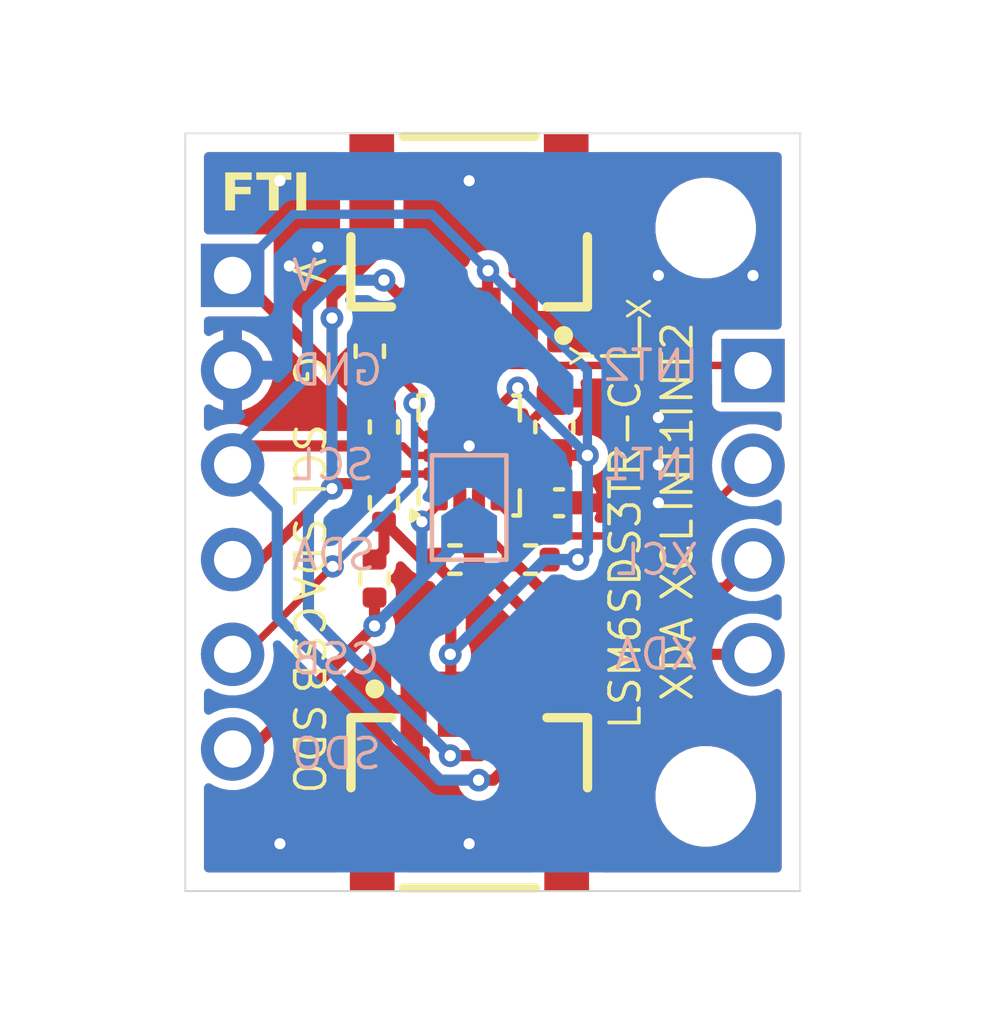
<source format=kicad_pcb>
(kicad_pcb (version 20240108) (generator "pcbnew") (generator_version "8.0")
  (layers (0 "F.Cu" signal) (31 "B.Cu" signal) (34 "B.Paste" user) (35 "F.Paste" user) (36 "B.SilkS" user "B.Silkscreen") (37 "F.SilkS" user "F.Silkscreen") (38 "B.Mask" user) (39 "F.Mask" user) (44 "Edge.Cuts" user))
  (net 0 "")
  (net 1 "GND")
  (net 2 "/SCL")
  (net 3 "/SDA")
  (net 4 "/CS")
  (net 5 "/XCL")
  (net 6 "/INT2")
  (net 7 "/XDA")
  (net 8 "/INT1")
  (net 9 "VDD")
  (net 10 "/SDO")
  (footprint "Package_LGA:LGA-14_3x2.5mm_P0.5mm_LayoutBorder3x4y" (layer "F.Cu") (at 58.674 49.022 90)
    (property "Reference" "U1" (hide yes))
    (property "Value" "LSM6DS3TR-C")
    (fp_line (start 1.61 -1.36) (end 1.61 -1.185) (stroke (width 0.12)) (layer "F.SilkS"))
    (fp_line (start 0.935 -1.36) (end 1.61 -1.36) (stroke (width 0.12)) (layer "F.SilkS"))
    (fp_line (start -0.935 -1.36) (end -1.31 -1.36) (stroke (width 0.12)) (layer "F.SilkS"))
    (fp_line (start 1.61 1.36) (end 1.61 1.185) (stroke (width 0.12)) (layer "F.SilkS"))
    (fp_line (start 0.935 1.36) (end 1.61 1.36) (stroke (width 0.12)) (layer "F.SilkS"))
    (fp_line (start -0.935 1.36) (end -1.61 1.36) (stroke (width 0.12)) (layer "F.SilkS"))
    (fp_line (start -1.61 1.36) (end -1.61 1.185) (stroke (width 0.12)) (layer "F.SilkS"))
    (fp_poly (pts (xy -1.61 -1.36) (xy -1.75 -1.55) (xy -1.47 -1.55) (xy -1.61 -1.36)) (stroke (width 0.12)) (fill solid) (layer "F.SilkS"))
    (pad "1" smd roundrect (at -1.1625 -0.75 90) (size 0.625 0.35) (layers "F.Cu" "F.Paste" "F.Mask") (net 10 "/SDO"))
    (pad "2" smd roundrect (at -1.1625 -0.25 90) (size 0.625 0.35) (layers "F.Cu" "F.Paste" "F.Mask") (net 7 "/XDA"))
    (pad "3" smd roundrect (at -1.1625 0.25 90) (size 0.625 0.35) (layers "F.Cu" "F.Paste" "F.Mask") (net 5 "/XCL"))
    (pad "4" smd roundrect (at -1.1625 0.75 90) (size 0.625 0.35) (layers "F.Cu" "F.Paste" "F.Mask") (net 8 "/INT1"))
    (pad "5" smd roundrect (at -0.5 0.9125 90) (size 0.35 0.625) (layers "F.Cu" "F.Paste" "F.Mask") (net 9 "VDD"))
    (pad "6" smd roundrect (at 0 0.9125 90) (size 0.35 0.625) (layers "F.Cu" "F.Paste" "F.Mask") (net 1 "GND"))
    (pad "7" smd roundrect (at 0.5 0.9125 90) (size 0.35 0.625) (layers "F.Cu" "F.Paste" "F.Mask") (net 1 "GND"))
    (pad "8" smd roundrect (at 1.1625 0.75 90) (size 0.625 0.35) (layers "F.Cu" "F.Paste" "F.Mask") (net 9 "VDD"))
    (pad "9" smd roundrect (at 1.1625 0.25 90) (size 0.625 0.35) (layers "F.Cu" "F.Paste" "F.Mask") (net 6 "/INT2"))
    (pad "10" smd roundrect (at 1.1625 -0.25 90) (size 0.625 0.35) (layers "F.Cu" "F.Paste" "F.Mask"))
    (pad "11" smd roundrect (at 1.1625 -0.75 90) (size 0.625 0.35) (layers "F.Cu" "F.Paste" "F.Mask"))
    (pad "12" smd roundrect (at 0.5 -0.9125 90) (size 0.35 0.625) (layers "F.Cu" "F.Paste" "F.Mask") (net 4 "/CS"))
    (pad "13" smd roundrect (at 0 -0.9125 90) (size 0.35 0.625) (layers "F.Cu" "F.Paste" "F.Mask") (net 2 "/SCL"))
    (pad "14" smd roundrect (at -0.5 -0.9125 90) (size 0.35 0.625) (layers "F.Cu" "F.Paste" "F.Mask") (net 3 "/SDA"))
  )
  (footprint "Resistor_SMD:R_0402_1005Metric" (layer "F.Cu") (at 56.388 50.292 90)
    (property "Reference" "R2" (hide yes))
    (property "Value" "4.7k")
    (fp_line (start -0.153641 -0.38) (end 0.153641 -0.38) (stroke (width 0.12)) (layer "F.SilkS"))
    (fp_line (start -0.153641 0.38) (end 0.153641 0.38) (stroke (width 0.12)) (layer "F.SilkS"))
    (pad "1" smd roundrect (at -0.51 0 90) (size 0.54 0.64) (layers "F.Cu" "F.Paste" "F.Mask") (net 9 "VDD"))
    (pad "2" smd roundrect (at 0.51 0 90) (size 0.54 0.64) (layers "F.Cu" "F.Paste" "F.Mask") (net 3 "/SDA"))
  )
  (footprint "qwiic:CONN-SMD_AFC10-S04QCA-00" (layer "F.Cu") (at 58.682 57.565)
    (property "Reference" "CN2" (hide yes))
    (property "Value" "AFC10-S04QCA-00")
    (fp_line (start -3.18 -1.51) (end -2.09 -1.51) (stroke (width 0.25)) (layer "F.SilkS"))
    (fp_line (start -3.18 0.37) (end -3.18 -1.51) (stroke (width 0.25)) (layer "F.SilkS"))
    (fp_line (start -1.78 3.06) (end 1.77 3.06) (stroke (width 0.25)) (layer "F.SilkS"))
    (fp_line (start 2.08 -1.51) (end 3.17 -1.51) (stroke (width 0.25)) (layer "F.SilkS"))
    (fp_line (start 3.17 -1.51) (end 3.17 0.37) (stroke (width 0.25)) (layer "F.SilkS"))
    (fp_circle (center -2.54 -2.28) (end -2.41 -2.28) (stroke (width 0.25)) (fill none) (layer "F.SilkS"))
    (pad "1" smd rect (at -1.5 -1.87) (size 0.7 1.75) (layers "F.Cu" "F.Paste" "F.Mask") (net 1 "GND"))
    (pad "2" smd rect (at -0.5 -1.87) (size 0.7 1.75) (layers "F.Cu" "F.Paste" "F.Mask") (net 9 "VDD"))
    (pad "3" smd rect (at 0.5 -1.87) (size 0.7 1.75) (layers "F.Cu" "F.Paste" "F.Mask") (net 3 "/SDA"))
    (pad "4" smd rect (at 1.5 -1.87) (size 0.7 1.75) (layers "F.Cu" "F.Paste" "F.Mask") (net 2 "/SCL"))
    (pad "5" smd rect (at -2.61 1.87) (size 1.2 2.55) (layers "F.Cu" "F.Paste" "F.Mask") (net 1 "GND"))
    (pad "6" smd rect (at 2.61 1.87) (size 1.2 2.55) (layers "F.Cu" "F.Paste" "F.Mask") (net 1 "GND"))
  )
  (footprint "Capacitor_SMD:C_0603_1608Metric" (layer "F.Cu") (at 60.96 48.26 90)
    (property "Reference" "C1" (hide yes))
    (property "Value" "1u")
    (fp_line (start -0.14058 -0.51) (end 0.14058 -0.51) (stroke (width 0.12)) (layer "F.SilkS"))
    (fp_line (start -0.14058 0.51) (end 0.14058 0.51) (stroke (width 0.12)) (layer "F.SilkS"))
    (pad "1" smd roundrect (at -0.775 0 90) (size 0.9 0.95) (layers "F.Cu" "F.Paste" "F.Mask") (net 9 "VDD"))
    (pad "2" smd roundrect (at 0.775 0 90) (size 0.9 0.95) (layers "F.Cu" "F.Paste" "F.Mask") (net 1 "GND"))
  )
  (footprint "Connector_PinHeader_2.54mm:PinHeader_1x04_P2.54mm_Vertical" (layer "F.Cu") (at 66.294 46.746)
    (property "Reference" "J2" (hide yes))
    (property "Value" "Conn_01x04_Pin")
    (pad "1" thru_hole rect (at 0 0) (size 1.7 1.7) (drill 1) (layers "*.Cu" "*.Mask") (net 6 "/INT2"))
    (pad "2" thru_hole oval (at 0 2.54) (size 1.7 1.7) (drill 1) (layers "*.Cu" "*.Mask") (net 8 "/INT1"))
    (pad "3" thru_hole oval (at 0 5.08) (size 1.7 1.7) (drill 1) (layers "*.Cu" "*.Mask") (net 5 "/XCL"))
    (pad "4" thru_hole oval (at 0 7.62) (size 1.7 1.7) (drill 1) (layers "*.Cu" "*.Mask") (net 7 "/XDA"))
  )
  (footprint "Resistor_SMD:R_0402_1005Metric" (layer "F.Cu") (at 56.007 46.228 -90)
    (property "Reference" "R6" (hide yes))
    (property "Value" "4.7k")
    (fp_line (start -0.153641 0.38) (end 0.153641 0.38) (stroke (width 0.12)) (layer "F.SilkS"))
    (fp_line (start -0.153641 -0.38) (end 0.153641 -0.38) (stroke (width 0.12)) (layer "F.SilkS"))
    (pad "1" smd roundrect (at -0.51 0 270) (size 0.54 0.64) (layers "F.Cu" "F.Paste" "F.Mask") (net 9 "VDD"))
    (pad "2" smd roundrect (at 0.51 0 270) (size 0.54 0.64) (layers "F.Cu" "F.Paste" "F.Mask") (net 4 "/CS"))
  )
  (footprint "qwiic:CONN-SMD_AFC10-S04QCA-00" (layer "F.Cu") (at 58.669 43.527 180)
    (property "Reference" "CN1" (hide yes))
    (property "Value" "AFC10-S04QCA-00")
    (fp_line (start 3.17 -1.51) (end 3.17 0.37) (stroke (width 0.25)) (layer "F.SilkS"))
    (fp_line (start 2.08 -1.51) (end 3.17 -1.51) (stroke (width 0.25)) (layer "F.SilkS"))
    (fp_line (start -1.78 3.06) (end 1.77 3.06) (stroke (width 0.25)) (layer "F.SilkS"))
    (fp_line (start -3.18 0.37) (end -3.18 -1.51) (stroke (width 0.25)) (layer "F.SilkS"))
    (fp_line (start -3.18 -1.51) (end -2.09 -1.51) (stroke (width 0.25)) (layer "F.SilkS"))
    (fp_circle (center -2.54 -2.28) (end -2.41 -2.28) (stroke (width 0.25)) (fill none) (layer "F.SilkS"))
    (pad "1" smd rect (at -1.5 -1.87 180) (size 0.7 1.75) (layers "F.Cu" "F.Paste" "F.Mask") (net 1 "GND"))
    (pad "2" smd rect (at -0.5 -1.87 180) (size 0.7 1.75) (layers "F.Cu" "F.Paste" "F.Mask") (net 9 "VDD"))
    (pad "3" smd rect (at 0.5 -1.87 180) (size 0.7 1.75) (layers "F.Cu" "F.Paste" "F.Mask") (net 3 "/SDA"))
    (pad "4" smd rect (at 1.5 -1.87 180) (size 0.7 1.75) (layers "F.Cu" "F.Paste" "F.Mask") (net 2 "/SCL"))
    (pad "5" smd rect (at -2.61 1.87 180) (size 1.2 2.55) (layers "F.Cu" "F.Paste" "F.Mask") (net 1 "GND"))
    (pad "6" smd rect (at 2.61 1.87 180) (size 1.2 2.55) (layers "F.Cu" "F.Paste" "F.Mask") (net 1 "GND"))
  )
  (footprint "Connector_PinHeader_2.54mm:PinHeader_1x06_P2.54mm_Vertical" (layer "F.Cu") (at 52.324 44.196)
    (property "Reference" "J1" (hide yes))
    (property "Value" "Conn_01x06_Pin")
    (pad "1" thru_hole rect (at 0 0) (size 1.7 1.7) (drill 1) (layers "*.Cu" "*.Mask") (net 9 "VDD"))
    (pad "2" thru_hole oval (at 0 2.54) (size 1.7 1.7) (drill 1) (layers "*.Cu" "*.Mask") (net 1 "GND"))
    (pad "3" thru_hole oval (at 0 5.08) (size 1.7 1.7) (drill 1) (layers "*.Cu" "*.Mask") (net 2 "/SCL"))
    (pad "4" thru_hole oval (at 0 7.62) (size 1.7 1.7) (drill 1) (layers "*.Cu" "*.Mask") (net 3 "/SDA"))
    (pad "5" thru_hole oval (at 0 10.16) (size 1.7 1.7) (drill 1) (layers "*.Cu" "*.Mask") (net 4 "/CS"))
    (pad "6" thru_hole oval (at 0 12.7) (size 1.7 1.7) (drill 1) (layers "*.Cu" "*.Mask") (net 10 "/SDO"))
  )
  (footprint "Resistor_SMD:R_0402_1005Metric" (layer "F.Cu") (at 56.134 52.324 -90)
    (property "Reference" "R5" (hide yes))
    (property "Value" "4.7k")
    (fp_line (start -0.153641 0.38) (end 0.153641 0.38) (stroke (width 0.12)) (layer "F.SilkS"))
    (fp_line (start -0.153641 -0.38) (end 0.153641 -0.38) (stroke (width 0.12)) (layer "F.SilkS"))
    (pad "1" smd roundrect (at -0.51 0 270) (size 0.54 0.64) (layers "F.Cu" "F.Paste" "F.Mask") (net 9 "VDD"))
    (pad "2" smd roundrect (at 0.51 0 270) (size 0.54 0.64) (layers "F.Cu" "F.Paste" "F.Mask") (net 10 "/SDO"))
  )
  (footprint "Resistor_SMD:R_0402_1005Metric" (layer "F.Cu") (at 56.388 48.26 -90)
    (property "Reference" "R1" (hide yes))
    (property "Value" "4.7k")
    (fp_line (start -0.153641 0.38) (end 0.153641 0.38) (stroke (width 0.12)) (layer "F.SilkS"))
    (fp_line (start -0.153641 -0.38) (end 0.153641 -0.38) (stroke (width 0.12)) (layer "F.SilkS"))
    (pad "1" smd roundrect (at -0.51 0 270) (size 0.54 0.64) (layers "F.Cu" "F.Paste" "F.Mask") (net 9 "VDD"))
    (pad "2" smd roundrect (at 0.51 0 270) (size 0.54 0.64) (layers "F.Cu" "F.Paste" "F.Mask") (net 2 "/SCL"))
  )
  (footprint "MountingHole:MountingHole_2.2mm_M2" (layer "F.Cu") (at 65.024 42.926)
    (property "Reference" "H1" (hide yes))
    (property "Value" "MountingHole")
    (pad "" np_thru_hole circle (at 0 0) (size 2.2 2.2) (drill 2.2) (layers "*.Cu" "*.Mask"))
  )
  (footprint "MountingHole:MountingHole_2.2mm_M2" (layer "F.Cu") (at 65.024 58.166)
    (property "Reference" "H2" (hide yes))
    (property "Value" "MountingHole")
    (pad "" np_thru_hole circle (at 0 0) (size 2.2 2.2) (drill 2.2) (layers "*.Cu" "*.Mask"))
  )
  (footprint "Resistor_SMD:R_0402_1005Metric" (layer "F.Cu") (at 60.325 51.816 180)
    (property "Reference" "R3" (hide yes))
    (property "Value" "4.7k")
    (fp_line (start -0.153641 0.38) (end 0.153641 0.38) (stroke (width 0.12)) (layer "F.SilkS"))
    (fp_line (start -0.153641 -0.38) (end 0.153641 -0.38) (stroke (width 0.12)) (layer "F.SilkS"))
    (pad "1" smd roundrect (at -0.51 0 180) (size 0.54 0.64) (layers "F.Cu" "F.Paste" "F.Mask") (net 9 "VDD"))
    (pad "2" smd roundrect (at 0.51 0 180) (size 0.54 0.64) (layers "F.Cu" "F.Paste" "F.Mask") (net 5 "/XCL"))
  )
  (footprint "Capacitor_SMD:C_0402_1005Metric" (layer "F.Cu") (at 61.087 50.292)
    (property "Reference" "C2" (hide yes))
    (property "Value" "100n")
    (fp_line (start -0.107836 -0.36) (end 0.107836 -0.36) (stroke (width 0.12)) (layer "F.SilkS"))
    (fp_line (start -0.107836 0.36) (end 0.107836 0.36) (stroke (width 0.12)) (layer "F.SilkS"))
    (pad "1" smd roundrect (at -0.48 0) (size 0.56 0.62) (layers "F.Cu" "F.Paste" "F.Mask") (net 9 "VDD"))
    (pad "2" smd roundrect (at 0.48 0) (size 0.56 0.62) (layers "F.Cu" "F.Paste" "F.Mask") (net 1 "GND"))
  )
  (footprint "Resistor_SMD:R_0402_1005Metric" (layer "F.Cu") (at 58.293 51.816)
    (property "Reference" "R4" (hide yes))
    (property "Value" "4.7k")
    (fp_line (start -0.153641 -0.38) (end 0.153641 -0.38) (stroke (width 0.12)) (layer "F.SilkS"))
    (fp_line (start -0.153641 0.38) (end 0.153641 0.38) (stroke (width 0.12)) (layer "F.SilkS"))
    (pad "1" smd roundrect (at -0.51 0) (size 0.54 0.64) (layers "F.Cu" "F.Paste" "F.Mask") (net 9 "VDD"))
    (pad "2" smd roundrect (at 0.51 0) (size 0.54 0.64) (layers "F.Cu" "F.Paste" "F.Mask") (net 7 "/XDA"))
  )
  (footprint "Jumper:SolderJumper-2_P1.3mm_Open_TrianglePad1.0x1.5mm" (layer "B.Cu") (at 58.674 50.419 90)
    (property "Reference" "JP1" (hide yes))
    (property "Value" "SolderJumper_2_Open")
    (fp_line (start 1.4 -1) (end 1.4 1) (stroke (width 0.12)) (layer "B.SilkS"))
    (fp_line (start -1.4 -1) (end 1.4 -1) (stroke (width 0.12)) (layer "B.SilkS"))
    (fp_line (start 1.4 1) (end -1.4 1) (stroke (width 0.12)) (layer "B.SilkS"))
    (fp_line (start -1.4 1) (end -1.4 -1) (stroke (width 0.12)) (layer "B.SilkS"))
    (pad "1" smd custom (at -0.725 0 90) (size 0.3 0.3) (layers "B.Cu" "B.Mask") (net 10 "/SDO") (options (clearance outline) (anchor rect)) (primitives (gr_poly (pts (xy 1 0) (xy 0.5 -0.75) (xy -0.5 -0.75) (xy -0.5 0.75) (xy 0.5 0.75)) (width 0) (fill yes))))
    (pad "2" smd custom (at 0.725 0 90) (size 0.3 0.3) (layers "B.Cu" "B.Mask") (net 1 "GND") (options (clearance outline) (anchor rect)) (primitives (gr_poly (pts (xy 0.5 -0.75) (xy -0.65 -0.75) (xy -0.15 0) (xy -0.65 0.75) (xy 0.5 0.75)) (width 0) (fill yes))))
  )
  (gr_line (start 63.246 45.339) (end 63.246 46.355) (stroke (width 0.1)) (layer "F.SilkS"))
  (gr_line (start 63.246 46.355) (end 62.23 46.355) (stroke (width 0.1)) (layer "F.SilkS"))
  (gr_line (start 51.054 60.706) (end 51.054 40.386) (stroke (width 0.05)) (layer "Edge.Cuts"))
  (gr_line (start 51.054 40.386) (end 67.564 40.386) (stroke (width 0.05)) (layer "Edge.Cuts"))
  (gr_line (start 67.564 40.386) (end 67.564 60.706) (stroke (width 0.05)) (layer "Edge.Cuts"))
  (gr_line (start 67.564 60.706) (end 51.054 60.706) (stroke (width 0.05)) (layer "Edge.Cuts"))
  (gr_text "V" (at 53.848 44.196 0) (layer "B.SilkS") (effects (font (size 0.8 0.8) (thickness 0.1)) (justify right mirror)))
  (gr_text "INT1" (at 64.897 49.276 0) (layer "B.SilkS") (effects (font (size 0.8 0.8) (thickness 0.1)) (justify left mirror)))
  (gr_text "INT2" (at 64.897 46.609 0) (layer "B.SilkS") (effects (font (size 0.8 0.8) (thickness 0.1)) (justify left mirror)))
  (gr_text "SDO" (at 53.848 57.023 0) (layer "B.SilkS") (effects (font (size 0.8 0.8) (thickness 0.1)) (justify right mirror)))
  (gr_text "GND" (at 53.848 46.736 0) (layer "B.SilkS") (effects (font (size 0.8 0.8) (thickness 0.1)) (justify right mirror)))
  (gr_text "CSB" (at 53.848 54.483 0) (layer "B.SilkS") (effects (font (size 0.8 0.8) (thickness 0.1)) (justify right mirror)))
  (gr_text "SDA" (at 53.848 51.689 0) (layer "B.SilkS") (effects (font (size 0.8 0.8) (thickness 0.1)) (justify right mirror)))
  (gr_text "SCL" (at 53.848 49.276 0) (layer "B.SilkS") (effects (font (size 0.8 0.8) (thickness 0.1)) (justify right mirror)))
  (gr_text "XCL" (at 64.897 51.816 0) (layer "B.SilkS") (effects (font (size 0.8 0.8) (thickness 0.1)) (justify left mirror)))
  (gr_text "XDA" (at 64.897 54.356 0) (layer "B.SilkS") (effects (font (size 0.8 0.8) (thickness 0.1)) (justify left mirror)))
  (gr_text "INT2" (at 64.262 46.736 90) (layer "F.SilkS") (effects (font (size 0.8 0.8) (thickness 0.1))))
  (gr_text "SDO" (at 54.356 56.896 -90) (layer "F.SilkS") (effects (font (size 0.8 0.8) (thickness 0.1))))
  (gr_text "Y" (at 61.722 46.355 90) (layer "F.SilkS") (effects (font (size 0.6 0.6) (thickness 0.08))))
  (gr_text "G" (at 54.356 46.736 270) (layer "F.SilkS") (effects (font (size 0.8 0.8) (thickness 0.1))))
  (gr_text "X" (at 63.246 45.085 90) (layer "F.SilkS") (effects (font (size 0.6 0.6) (thickness 0.08))))
  (gr_text "V" (at 54.356 44.069 270) (layer "F.SilkS") (effects (font (size 0.8 0.8) (thickness 0.1))))
  (gr_text "XCL" (at 64.262 51.816 90) (layer "F.SilkS") (effects (font (size 0.8 0.8) (thickness 0.1))))
  (gr_text "CSB" (at 54.356 54.229 -90) (layer "F.SilkS") (effects (font (size 0.8 0.8) (thickness 0.1))))
  (gr_text "SDA" (at 54.356 51.816 -90) (layer "F.SilkS") (effects (font (size 0.8 0.8) (thickness 0.1))))
  (gr_text "FTI" (at 53.213 42.037 0) (layer "F.SilkS") (effects (font (size 1 1) (thickness 0.2) (bold yes) (italic yes))))
  (gr_text "INT1" (at 64.262 49.276 90) (layer "F.SilkS") (effects (font (size 0.8 0.8) (thickness 0.1))))
  (gr_text "XDA" (at 64.262 54.483 90) (layer "F.SilkS") (effects (font (size 0.8 0.8) (thickness 0.1))))
  (gr_text "SCL" (at 54.356 49.276 -90) (layer "F.SilkS") (effects (font (size 0.8 0.8) (thickness 0.1))))
  (gr_text "LSM6SDS3TR-C" (at 62.865 51.689 90) (layer "F.SilkS") (effects (font (size 0.8 0.8) (thickness 0.1))))
  (segment (start 59.923 48.522) (end 60.96 47.485) (width 0.25) (layer "F.Cu") (net 1))
  (segment (start 59.0423 48.522) (end 59.0423 49.022) (width 0.2) (layer "F.Cu") (net 1))
  (segment (start 59.684 48.522) (end 59.0423 48.522) (width 0.2) (layer "F.Cu") (net 1))
  (segment (start 59.5865 48.522) (end 59.923 48.522) (width 0.25) (layer "F.Cu") (net 1))
  (segment (start 59.684 49.022) (end 59.0423 49.022) (width 0.2) (layer "F.Cu") (net 1))
  (segment (start 56.059 41.657) (end 56.059 42.4453) (width 0.2) (layer "F.Cu") (net 1))
  (via (at 54.61 43.434) (size 0.6) (drill 0.3) (layers "F.Cu" "B.Cu") (net 1))
  (via (at 63.754 50.292) (size 0.6) (drill 0.3) (layers "F.Cu" "B.Cu") (net 1))
  (via (at 53.594 59.436) (size 0.6) (drill 0.3) (layers "F.Cu" "B.Cu") (net 1))
  (via (at 63.754 49.276) (size 0.6) (drill 0.3) (layers "F.Cu" "B.Cu") (net 1))
  (via (at 53.848 43.942) (size 0.6) (drill 0.3) (layers "F.Cu" "B.Cu") (net 1))
  (via (at 63.754 44.196) (size 0.6) (drill 0.3) (layers "F.Cu" "B.Cu") (net 1))
  (via (at 66.294 44.196) (size 0.6) (drill 0.3) (layers "F.Cu" "B.Cu") (net 1))
  (via (at 58.674 59.436) (size 0.6) (drill 0.3) (layers "F.Cu" "B.Cu") (net 1))
  (via (at 53.594 41.656) (size 0.6) (drill 0.3) (layers "F.Cu" "B.Cu") (net 1))
  (via (at 58.674 41.656) (size 0.6) (drill 0.3) (layers "F.Cu" "B.Cu") (net 1))
  (via (at 63.754 48.006) (size 0.6) (drill 0.3) (layers "F.Cu" "B.Cu") (net 1))
  (via (at 58.674 48.768) (size 0.6) (drill 0.3) (layers "F.Cu" "B.Cu") (net 1))
  (segment (start 58.674 48.768) (end 58.674 48.895) (width 0.2) (layer "B.Cu") (net 1))
  (segment (start 57.15 49.022) (end 56.896 48.768) (width 0.2) (layer "F.Cu") (net 2))
  (segment (start 57.664 49.022) (end 57.15 49.022) (width 0.2) (layer "F.Cu") (net 2))
  (segment (start 60.182 55.695) (end 60.182 56.87) (width 0.3) (layer "F.Cu") (net 2))
  (segment (start 59.321998 57.730002) (end 58.928 57.730002) (width 0.3) (layer "F.Cu") (net 2))
  (segment (start 52.832 48.768) (end 56.388 48.768) (width 0.3) (layer "F.Cu") (net 2))
  (segment (start 56.896 48.768) (end 56.388 48.768) (width 0.2) (layer "F.Cu") (net 2))
  (segment (start 57.169 45.104) (end 56.388 44.323) (width 0.3) (layer "F.Cu") (net 2))
  (segment (start 57.169 45.397) (end 57.169 45.104) (width 0.3) (layer "F.Cu") (net 2))
  (segment (start 52.324 49.276) (end 52.832 48.768) (width 0.3) (layer "F.Cu") (net 2))
  (segment (start 60.182 56.87) (end 59.321998 57.730002) (width 0.3) (layer "F.Cu") (net 2))
  (via (at 58.928 57.730002) (size 0.61) (drill 0.305) (layers "F.Cu" "B.Cu") (net 2))
  (via (at 56.388 44.323) (size 0.61) (drill 0.305) (layers "F.Cu" "B.Cu") (net 2))
  (segment (start 54.336 45.06769) (end 54.336 46.883) (width 0.3) (layer "B.Cu") (net 2))
  (segment (start 53.524 53.359312) (end 53.524 50.476) (width 0.3) (layer "B.Cu") (net 2))
  (segment (start 56.388 44.323) (end 55.08069 44.323) (width 0.3) (layer "B.Cu") (net 2))
  (segment (start 53.524 50.476) (end 52.324 49.276) (width 0.3) (layer "B.Cu") (net 2))
  (segment (start 58.928 57.730002) (end 57.89469 57.730002) (width 0.3) (layer "B.Cu") (net 2))
  (segment (start 52.324 48.895) (end 52.324 49.276) (width 0.3) (layer "B.Cu") (net 2))
  (segment (start 55.08069 44.323) (end 54.336 45.06769) (width 0.3) (layer "B.Cu") (net 2))
  (segment (start 57.89469 57.730002) (end 53.524 53.359312) (width 0.3) (layer "B.Cu") (net 2))
  (segment (start 54.336 46.883) (end 52.324 48.895) (width 0.3) (layer "B.Cu") (net 2))
  (segment (start 54.991 49.911) (end 53.086 51.816) (width 0.3) (layer "F.Cu") (net 3))
  (segment (start 58.976998 57.075002) (end 59.182 56.87) (width 0.3) (layer "F.Cu") (net 3))
  (segment (start 56.646 49.522) (end 56.388 49.78) (width 0.2) (layer "F.Cu") (net 3))
  (segment (start 58.166 57.075002) (end 58.976998 57.075002) (width 0.3) (layer "F.Cu") (net 3))
  (segment (start 58.169 44.222) (end 57.508 43.561) (width 0.3) (layer "F.Cu") (net 3))
  (segment (start 57.664 49.522) (end 56.646 49.522) (width 0.2) (layer "F.Cu") (net 3))
  (segment (start 53.086 51.816) (end 52.324 51.816) (width 0.3) (layer "F.Cu") (net 3))
  (segment (start 54.991 49.911) (end 55.122 49.78) (width 0.3) (layer "F.Cu") (net 3))
  (segment (start 58.169 45.397) (end 58.169 44.222) (width 0.3) (layer "F.Cu") (net 3))
  (segment (start 59.182 56.87) (end 59.182 55.695) (width 0.3) (layer "F.Cu") (net 3))
  (segment (start 54.991 44.79369) (end 54.991 45.339) (width 0.3) (layer "F.Cu") (net 3))
  (segment (start 57.508 43.561) (end 56.22369 43.561) (width 0.3) (layer "F.Cu") (net 3))
  (segment (start 55.122 49.78) (end 56.388 49.78) (width 0.3) (layer "F.Cu") (net 3))
  (segment (start 56.22369 43.561) (end 54.991 44.79369) (width 0.3) (layer "F.Cu") (net 3))
  (via (at 54.991 49.911) (size 0.6) (drill 0.3) (layers "F.Cu" "B.Cu") (net 3))
  (via (at 54.991 45.339) (size 0.61) (drill 0.305) (layers "F.Cu" "B.Cu") (net 3))
  (via (at 58.166 57.075002) (size 0.61) (drill 0.305) (layers "F.Cu" "B.Cu") (net 3))
  (segment (start 54.3602 50.5418) (end 54.3602 53.269202) (width 0.3) (layer "B.Cu") (net 3))
  (segment (start 54.991 49.911) (end 54.3602 50.5418) (width 0.3) (layer "B.Cu") (net 3))
  (segment (start 52.8998 51.816) (end 52.324 51.816) (width 0.2) (layer "B.Cu") (net 3))
  (segment (start 54.3602 53.269202) (end 58.166 57.075002) (width 0.3) (layer "B.Cu") (net 3))
  (segment (start 54.991 49.911) (end 54.991 45.339) (width 0.3) (layer "B.Cu") (net 3))
  (segment (start 57.208 47.6256) (end 57.208 48.266) (width 0.2) (layer "F.Cu") (net 4))
  (segment (start 56.644 46.738) (end 56.007 46.738) (width 0.2) (layer "F.Cu") (net 4))
  (segment (start 52.6532 54.356) (end 55.0102 51.999) (width 0.2) (layer "F.Cu") (net 4))
  (segment (start 57.208 47.302) (end 56.644 46.738) (width 0.2) (layer "F.Cu") (net 4))
  (segment (start 57.208 47.6256) (end 57.208 47.302) (width 0.2) (layer "F.Cu") (net 4))
  (segment (start 57.208 48.266) (end 57.464 48.522) (width 0.2) (layer "F.Cu") (net 4))
  (segment (start 57.464 48.522) (end 57.664 48.522) (width 0.2) (layer "F.Cu") (net 4))
  (segment (start 52.324 54.356) (end 52.6532 54.356) (width 0.2) (layer "F.Cu") (net 4))
  (via (at 57.208 47.6256) (size 0.6) (drill 0.3) (layers "F.Cu" "B.Cu") (net 4))
  (via (at 55.0102 51.999) (size 0.6) (drill 0.3) (layers "F.Cu" "B.Cu") (net 4))
  (segment (start 57.208 47.6256) (end 57.208 49.8012) (width 0.2) (layer "B.Cu") (net 4))
  (segment (start 57.208 49.8012) (end 55.0102 51.999) (width 0.2) (layer "B.Cu") (net 4))
  (segment (start 58.924 50.925) (end 59.815 51.816) (width 0.2) (layer "F.Cu") (net 5))
  (segment (start 59.815 51.816) (end 60.577 52.578) (width 0.3) (layer "F.Cu") (net 5))
  (segment (start 60.577 52.578) (end 65.532 52.578) (width 0.3) (layer "F.Cu") (net 5))
  (segment (start 58.924 50.282) (end 58.924 50.925) (width 0.2) (layer "F.Cu") (net 5))
  (segment (start 65.532 52.578) (end 66.294 51.816) (width 0.3) (layer "F.Cu") (net 5))
  (segment (start 59.497 46.609) (end 66.167 46.609) (width 0.2) (layer "F.Cu") (net 6))
  (segment (start 66.167 46.609) (end 66.294 46.736) (width 0.2) (layer "F.Cu") (net 6))
  (segment (start 58.924 47.182) (end 59.497 46.609) (width 0.2) (layer "F.Cu") (net 6))
  (segment (start 58.924 47.762) (end 58.924 47.182) (width 0.2) (layer "F.Cu") (net 6))
  (segment (start 58.424 50.282) (end 58.424 51.437) (width 0.2) (layer "F.Cu") (net 7))
  (segment (start 61.343 54.356) (end 66.294 54.356) (width 0.3) (layer "F.Cu") (net 7))
  (segment (start 58.803 51.816) (end 61.343 54.356) (width 0.3) (layer "F.Cu") (net 7))
  (segment (start 58.424 51.437) (end 58.803 51.816) (width 0.2) (layer "F.Cu") (net 7))
  (segment (start 64.389 51.181) (end 66.294 49.276) (width 0.2) (layer "F.Cu") (net 8))
  (segment (start 59.424 50.282) (end 60.323 51.181) (width 0.2) (layer "F.Cu") (net 8))
  (segment (start 60.323 51.181) (end 64.389 51.181) (width 0.2) (layer "F.Cu") (net 8))
  (segment (start 56.388 50.8) (end 56.388 51.56) (width 0.3) (layer "F.Cu") (net 9))
  (segment (start 59.424 47.769736) (end 59.980604 47.213132) (width 0.25) (layer "F.Cu") (net 9))
  (segment (start 60.973 49.022) (end 60.96 49.035) (width 0.3) (layer "F.Cu") (net 9))
  (segment (start 56.009366 47.75) (end 55.247183 46.987817) (width 0.3) (layer "F.Cu") (net 9))
  (segment (start 57.5935 51.816) (end 57.404 51.816) (width 0.3) (layer "F.Cu") (net 9))
  (segment (start 55.247183 46.477817) (end 56.007 45.718) (width 0.3) (layer "F.Cu") (net 9))
  (segment (start 58.182 54.372) (end 58.182 55.695) (width 0.3) (layer "F.Cu") (net 9))
  (segment (start 59.684 49.522) (end 59.71 49.522) (width 0.3) (layer "F.Cu") (net 9))
  (segment (start 59.182 44.069) (end 59.169 44.082) (width 0.3) (layer "F.Cu") (net 9))
  (segment (start 52.455366 44.196) (end 52.324 44.196) (width 0.3) (layer "F.Cu") (net 9))
  (segment (start 55.247183 46.987817) (end 52.455366 44.196) (width 0.3) (layer "F.Cu") (net 9))
  (segment (start 52.959 44.196) (end 52.324 44.196) (width 0.3) (layer "F.Cu") (net 9))
  (segment (start 56.388 51.56) (end 56.134 51.814) (width 0.3) (layer "F.Cu") (net 9))
  (segment (start 56.388 47.75) (end 56.009366 47.75) (width 0.3) (layer "F.Cu") (net 9))
  (segment (start 61.595 51.816) (end 60.835 51.816) (width 0.3) (layer "F.Cu") (net 9))
  (segment (start 61.849 49.022) (end 60.973 49.022) (width 0.3) (layer "F.Cu") (net 9))
  (segment (start 57.404 51.816) (end 56.388 50.8) (width 0.3) (layer "F.Cu") (net 9))
  (segment (start 60.48 50.292) (end 60.48 49.515) (width 0.3) (layer "F.Cu") (net 9))
  (segment (start 58.182 52.34) (end 58.182 54.34) (width 0.3) (layer "F.Cu") (net 9))
  (segment (start 59.424 47.8595) (end 59.424 47.769736) (width 0.25) (layer "F.Cu") (net 9))
  (segment (start 55.247183 46.987817) (end 55.247183 46.477817) (width 0.3) (layer "F.Cu") (net 9))
  (segment (start 57.783 51.816) (end 57.783 51.941) (width 0.3) (layer "F.Cu") (net 9))
  (segment (start 58.166 54.356) (end 58.182 54.372) (width 0.3) (layer "F.Cu") (net 9))
  (segment (start 57.783 51.816) (end 57.5935 51.816) (width 0.3) (layer "F.Cu") (net 9))
  (segment (start 59.169 44.082) (end 59.169 45.397) (width 0.3) (layer "F.Cu") (net 9))
  (segment (start 57.783 51.941) (end 58.182 52.34) (width 0.3) (layer "F.Cu") (net 9))
  (segment (start 59.5865 49.522) (end 60.473 49.522) (width 0.25) (layer "F.Cu") (net 9))
  (segment (start 60.473 49.522) (end 60.48 49.515) (width 0.25) (layer "F.Cu") (net 9))
  (segment (start 60.48 49.515) (end 60.96 49.035) (width 0.3) (layer "F.Cu") (net 9))
  (segment (start 58.182 54.34) (end 58.166 54.356) (width 0.3) (layer "F.Cu") (net 9))
  (via (at 59.182 44.069) (size 0.6) (drill 0.3) (layers "F.Cu" "B.Cu") (net 9))
  (via (at 58.166 54.356) (size 0.61) (drill 0.305) (layers "F.Cu" "B.Cu") (net 9))
  (via (at 59.980604 47.213132) (size 0.61) (drill 0.305) (layers "F.Cu" "B.Cu") (net 9))
  (via (at 61.849 49.022) (size 0.61) (drill 0.305) (layers "F.Cu" "B.Cu") (net 9))
  (via (at 61.595 51.816) (size 0.61) (drill 0.305) (layers "F.Cu" "B.Cu") (net 9))
  (segment (start 53.965 42.555) (end 57.668 42.555) (width 0.25) (layer "B.Cu") (net 9))
  (segment (start 61.595 51.816) (end 61.849 51.562) (width 0.3) (layer "B.Cu") (net 9))
  (segment (start 52.324 44.196) (end 53.965 42.555) (width 0.25) (layer "B.Cu") (net 9))
  (segment (start 61.849 46.736) (end 61.849 49.022) (width 0.25) (layer "B.Cu") (net 9))
  (segment (start 58.166 54.356) (end 60.706 51.816) (width 0.3) (layer "B.Cu") (net 9))
  (segment (start 60.706 51.816) (end 61.595 51.816) (width 0.3) (layer "B.Cu") (net 9))
  (segment (start 59.980604 47.213132) (end 60.040132 47.213132) (width 0.25) (layer "B.Cu") (net 9))
  (segment (start 57.668 42.555) (end 61.849 46.736) (width 0.25) (layer "B.Cu") (net 9))
  (segment (start 60.040132 47.213132) (end 61.849 49.022) (width 0.25) (layer "B.Cu") (net 9))
  (segment (start 61.849 51.562) (end 61.849 49.022) (width 0.3) (layer "B.Cu") (net 9))
  (segment (start 57.404 50.8) (end 57.406 50.8) (width 0.2) (layer "F.Cu") (net 10))
  (segment (start 56.134 53.594) (end 56.134 52.834) (width 0.3) (layer "F.Cu") (net 10))
  (segment (start 52.832 56.896) (end 52.324 56.896) (width 0.3) (layer "F.Cu") (net 10))
  (segment (start 57.406 50.8) (end 57.924 50.282) (width 0.2) (layer "F.Cu") (net 10))
  (segment (start 57.404 50.802) (end 57.404 50.8) (width 0.2) (layer "F.Cu") (net 10))
  (segment (start 56.134 53.594) (end 52.832 56.896) (width 0.3) (layer "F.Cu") (net 10))
  (segment (start 57.924 50.344) (end 57.924 50.282) (width 0.2) (layer "F.Cu") (net 10))
  (via (at 56.134 53.594) (size 0.6) (drill 0.3) (layers "F.Cu" "B.Cu") (net 10))
  (via (at 57.404 50.8) (size 0.6) (drill 0.3) (layers "F.Cu" "B.Cu") (net 10))
  (segment (start 58.494 51.234) (end 58.674 51.234) (width 0.3) (layer "B.Cu") (net 10))
  (segment (start 57.404 50.8) (end 57.404 52.324) (width 0.3) (layer "B.Cu") (net 10))
  (segment (start 57.404 52.324) (end 56.134 53.594) (width 0.3) (layer "B.Cu") (net 10))
  (segment (start 57.404 52.324) (end 58.494 51.234) (width 0.3) (layer "B.Cu") (net 10))
  (zone (net 1) (net_name "GND") (layers "F&B.Cu") (connect_pads (clearance 0.25)) (min_thickness 0.25) (fill yes (thermal_gap 0.25) (thermal_bridge_width 0.5))
    (polygon (pts (xy 48.514 39.116) (xy 48.514 61.976) (xy 68.834 61.976) (xy 68.834 39.116)))
  )
)
</source>
